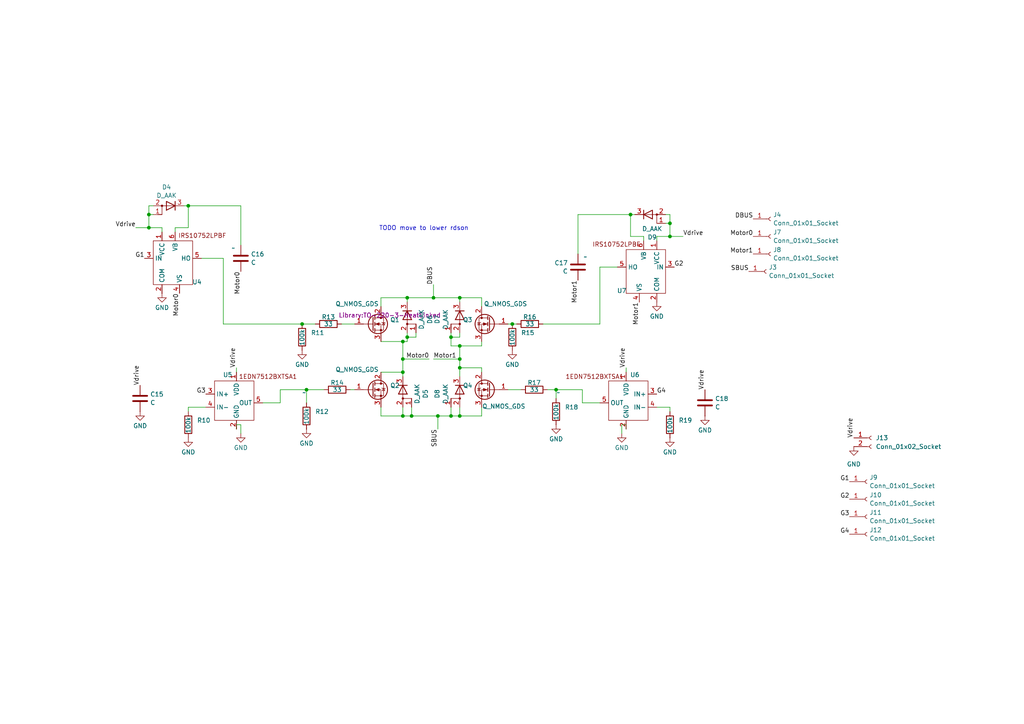
<source format=kicad_sch>
(kicad_sch (version 20231120) (generator "eeschema") (generator_version "8.0")
  (paper "A4")
  (lib_symbols
    (symbol "Connector:Conn_01x01_Socket" (pin_names (offset 1.016) hide)
      (property "Reference" "J" (at 0 2.54 0))
      (property "Value" "Conn_01x01_Socket" (at 0 -2.54 0))
      (symbol "Conn_01x01_Socket_1_1"
        (polyline (pts (xy -1.27 0) (xy -0.508 0)) (stroke (width 0.1524)))
        (arc (start 0 0.508) (mid -0.5058 0) (end 0 -0.508) (stroke (width 0.1524)))
        (pin passive line (at -5.08 0 0) (length 3.81) (name "Pin_1") (number "1"))
      )
    )
    (symbol "Connector:Conn_01x02_Socket" (pin_names (offset 1.016) hide)
      (property "Reference" "J" (at 0 2.54 0))
      (property "Value" "Conn_01x02_Socket" (at 0 -5.08 0))
      (symbol "Conn_01x02_Socket_1_1"
        (arc (start 0 -2.032) (mid -0.5058 -2.54) (end 0 -3.048) (stroke (width 0.1524)))
        (polyline (pts (xy -1.27 -2.54) (xy -0.508 -2.54)) (stroke (width 0.1524)))
        (polyline (pts (xy -1.27 0) (xy -0.508 0)) (stroke (width 0.1524)))
        (arc (start 0 0.508) (mid -0.5058 0) (end 0 -0.508) (stroke (width 0.1524)))
        (pin passive line (at -5.08 0 0) (length 3.81) (name "Pin_1") (number "1"))
        (pin passive line (at -5.08 -2.54 0) (length 3.81) (name "Pin_2") (number "2"))
      )
    )
    (symbol "Device:C" (pin_numbers hide) (pin_names (offset 0.254))
      (property "Reference" "C" (at 0.635 2.54 0))
      (property "Value" "C" (at 0.635 -2.54 0))
      (symbol "C_0_1"
        (polyline (pts (xy -2.032 -0.762) (xy 2.032 -0.762)) (stroke (width 0.508)))
        (polyline (pts (xy -2.032 0.762) (xy 2.032 0.762)) (stroke (width 0.508)))
      )
      (symbol "C_1_1"
        (pin passive line (at 0 3.81 270) (length 2.794) (name "~") (number "1"))
        (pin passive line (at 0 -3.81 90) (length 2.794) (name "~") (number "2"))
      )
    )
    (symbol "Device:D_AAK" (pin_names (offset 0) hide)
      (property "Reference" "D" (at 0 2.54 0))
      (property "Value" "D_AAK" (at 0 -2.54 0))
      (symbol "D_AAK_0_1"
        (polyline (pts (xy -1.27 1.27) (xy -1.27 -1.27)) (stroke (width 0.254)))
        (polyline (pts (xy 1.27 1.27) (xy 1.27 -1.27) (xy -1.27 0) (xy 1.27 1.27)) (stroke (width 0.254)))
        (polyline (pts (xy 3.81 2.54) (xy 2.54 2.54) (xy 2.54 0) (xy -1.27 0)))
        (circle (center 2.54 0) (radius 0.254) (fill (type outline)))
      )
      (symbol "D_AAK_1_1"
        (pin passive line (at 5.08 2.54 180) (length 2.54) (name "A") (number "1"))
        (pin passive line (at 5.08 0 180) (length 2.54) (name "A") (number "2"))
        (pin passive line (at -3.81 0 0) (length 2.54) (name "K") (number "3"))
      )
    )
    (symbol "Device:Q_NMOS_GDS" (pin_names (offset 0) hide)
      (property "Reference" "Q" (at 5.08 1.27 0))
      (property "Value" "Q_NMOS_GDS" (at 5.08 -1.27 0))
      (symbol "Q_NMOS_GDS_0_1"
        (polyline (pts (xy 0.254 0) (xy -2.54 0)))
        (polyline (pts (xy 0.254 1.905) (xy 0.254 -1.905)) (stroke (width 0.254)))
        (polyline (pts (xy 0.762 -1.27) (xy 0.762 -2.286)) (stroke (width 0.254)))
        (polyline (pts (xy 0.762 0.508) (xy 0.762 -0.508)) (stroke (width 0.254)))
        (polyline (pts (xy 0.762 2.286) (xy 0.762 1.27)) (stroke (width 0.254)))
        (polyline (pts (xy 2.54 2.54) (xy 2.54 1.778)))
        (polyline (pts (xy 2.54 -2.54) (xy 2.54 0) (xy 0.762 0)))
        (polyline (pts (xy 0.762 -1.778) (xy 3.302 -1.778) (xy 3.302 1.778) (xy 0.762 1.778)))
        (polyline (pts (xy 1.016 0) (xy 2.032 0.381) (xy 2.032 -0.381) (xy 1.016 0)) (fill (type outline)))
        (polyline (pts (xy 2.794 0.508) (xy 2.921 0.381) (xy 3.683 0.381) (xy 3.81 0.254)))
        (polyline (pts (xy 3.302 0.381) (xy 2.921 -0.254) (xy 3.683 -0.254) (xy 3.302 0.381)))
        (circle (center 1.651 0) (radius 2.794) (stroke (width 0.254)))
        (circle (center 2.54 -1.778) (radius 0.254) (fill (type outline)))
        (circle (center 2.54 1.778) (radius 0.254) (fill (type outline)))
      )
      (symbol "Q_NMOS_GDS_1_1"
        (pin input line (at -5.08 0 0) (length 2.54) (name "G") (number "1"))
        (pin passive line (at 2.54 5.08 270) (length 2.54) (name "D") (number "2"))
        (pin passive line (at 2.54 -5.08 90) (length 2.54) (name "S") (number "3"))
      )
    )
    (symbol "Device:R" (pin_numbers hide) (pin_names (offset 0))
      (property "Reference" "R" (at 2.032 0 90))
      (property "Value" "R" (at 0 0 90))
      (symbol "R_0_1"
        (rectangle (start -1.016 -2.54) (end 1.016 2.54) (stroke (width 0.254)))
      )
      (symbol "R_1_1"
        (pin passive line (at 0 3.81 270) (length 1.27) (name "~") (number "1"))
        (pin passive line (at 0 -3.81 90) (length 1.27) (name "~") (number "2"))
      )
    )
    (symbol "New_Library:1EDN7512BXTSA1"
      (property "Reference" "U" (at -5.08 5.842 0))
      (symbol "1EDN7512BXTSA1_0_0"
        (pin power_in line (at 0 7.62 270) (length 2.54) (name "VDD") (number "1"))
        (pin power_in line (at 0 -8.89 90) (length 2.54) (name "GND") (number "2"))
        (pin input line (at -8.89 1.27 0) (length 2.54) (name "IN+") (number "3"))
        (pin input line (at -8.89 -2.54 0) (length 2.54) (name "IN-") (number "4"))
        (pin output line (at 7.62 -1.27 180) (length 2.54) (name "OUT") (number "5"))
      )
      (symbol "1EDN7512BXTSA1_0_1"
        (rectangle (start -6.35 5.08) (end 5.08 -6.35))
      )
      (symbol "1EDN7512BXTSA1_1_1"
        (text "1EDN7512BXTSA1" (at 9.144 6.35 0) (effects (font (size 1.27 1.27))))
      )
    )
    (symbol "New_Library:IRS10752LPBF"
      (property "Reference" "U" (at -6.604 6.35 0))
      (symbol "IRS10752LPBF_0_0"
        (pin power_in line (at -3.81 7.62 270) (length 2.54) (name "VCC") (number "1"))
        (pin power_in line (at -3.81 -10.16 90) (length 2.54) (name "COM") (number "2"))
        (pin input line (at -8.89 0 0) (length 2.54) (name "IN") (number "3"))
        (pin power_in line (at 1.27 -10.16 90) (length 2.54) (name "VS") (number "4"))
        (pin output line (at 7.62 0 180) (length 2.54) (name "HO") (number "5"))
        (pin power_in line (at 0 7.62 270) (length 2.54) (name "VB") (number "6"))
      )
      (symbol "IRS10752LPBF_0_1"
        (rectangle (start -6.35 5.08) (end 5.08 -7.62))
      )
      (symbol "IRS10752LPBF_1_1"
        (text "IRS10752LPBF" (at 7.874 6.604 0) (effects (font (size 1.27 1.27))))
      )
    )
    (symbol "power:GND" (power) (pin_numbers hide) (pin_names (offset 0) hide)
      (property "Value" "GND" (at 0 -3.81 0))
      (symbol "GND_0_1"
        (polyline (pts (xy 0 0) (xy 0 -1.27) (xy 1.27 -1.27) (xy 0 -2.54) (xy -1.27 -1.27) (xy 0 -1.27)))
      )
      (symbol "GND_1_1"
        (pin power_in line (at 0 0 270) (length 0) (name "~") (number "1"))
      )
    )
  )
  (junction (at 127 120.65))
  (junction (at 133.35 104.14))
  (junction (at 43.18 66.04))
  (junction (at 119.38 120.65))
  (junction (at 194.31 64.77))
  (junction (at 133.35 120.65))
  (junction (at 116.84 99.06))
  (junction (at 182.88 62.23))
  (junction (at 87.63 93.98))
  (junction (at 161.29 113.03))
  (junction (at 130.81 97.79))
  (junction (at 148.59 93.98))
  (junction (at 130.81 120.65))
  (junction (at 133.35 106.68))
  (junction (at 194.31 68.58))
  (junction (at 88.9 113.03))
  (junction (at 54.61 59.69))
  (junction (at 116.84 120.65))
  (junction (at 118.11 86.36))
  (junction (at 43.18 62.23))
  (junction (at 116.84 104.14))
  (junction (at 133.35 86.36))
  (junction (at 116.84 107.95))
  (junction (at 133.35 100.33))
  (junction (at 125.73 86.36))
  (junction (at 118.11 97.79))
  (wire (pts (xy 147.32 113.03) (xy 151.13 113.03)))
  (wire (pts (xy 43.18 66.04) (xy 46.99 66.04)))
  (wire (pts (xy 186.69 69.85) (xy 186.69 68.58)))
  (wire (pts (xy 110.49 88.9) (xy 110.49 86.36)))
  (wire (pts (xy 193.04 62.23) (xy 194.31 62.23)))
  (wire (pts (xy 102.87 113.03) (xy 101.6 113.03)))
  (wire (pts (xy 116.84 107.95) (xy 116.84 109.22)))
  (wire (pts (xy 133.35 86.36) (xy 133.35 87.63)))
  (wire (pts (xy 167.64 62.23) (xy 182.88 62.23)))
  (wire (pts (xy 168.91 116.84) (xy 168.91 113.03)))
  (wire (pts (xy 54.61 66.04) (xy 54.61 59.69)))
  (wire (pts (xy 182.88 62.23) (xy 184.15 62.23)))
  (wire (pts (xy 198.12 68.58) (xy 194.31 68.58)))
  (wire (pts (xy 110.49 86.36) (xy 118.11 86.36)))
  (wire (pts (xy 119.38 118.11) (xy 119.38 120.65)))
  (wire (pts (xy 110.49 107.95) (xy 116.84 107.95)))
  (wire (pts (xy 69.85 123.19) (xy 68.58 123.19)))
  (wire (pts (xy 127 120.65) (xy 130.81 120.65)))
  (wire (pts (xy 139.7 106.68) (xy 133.35 106.68)))
  (wire (pts (xy 179.07 77.47) (xy 173.99 77.47)))
  (wire (pts (xy 81.28 113.03) (xy 88.9 113.03)))
  (wire (pts (xy 116.84 118.11) (xy 116.84 120.65)))
  (wire (pts (xy 120.65 97.79) (xy 120.65 96.52)))
  (wire (pts (xy 43.18 59.69) (xy 44.45 59.69)))
  (wire (pts (xy 130.81 118.11) (xy 130.81 120.65)))
  (wire (pts (xy 181.61 123.19) (xy 181.61 124.46)))
  (wire (pts (xy 81.28 116.84) (xy 81.28 113.03)))
  (wire (pts (xy 39.37 66.04) (xy 43.18 66.04)))
  (wire (pts (xy 190.5 118.11) (xy 194.31 118.11)))
  (wire (pts (xy 194.31 118.11) (xy 194.31 119.38)))
  (wire (pts (xy 139.7 99.06) (xy 139.7 100.33)))
  (wire (pts (xy 54.61 119.38) (xy 54.61 118.11)))
  (wire (pts (xy 139.7 120.65) (xy 139.7 118.11)))
  (wire (pts (xy 76.2 116.84) (xy 81.28 116.84)))
  (wire (pts (xy 53.34 59.69) (xy 54.61 59.69)))
  (wire (pts (xy 157.48 93.98) (xy 173.99 93.98)))
  (wire (pts (xy 118.11 97.79) (xy 120.65 97.79)))
  (wire (pts (xy 110.49 118.11) (xy 110.49 120.65)))
  (wire (pts (xy 116.84 99.06) (xy 118.11 99.06)))
  (wire (pts (xy 139.7 86.36) (xy 139.7 88.9)))
  (wire (pts (xy 88.9 116.84) (xy 88.9 113.03)))
  (wire (pts (xy 173.99 116.84) (xy 168.91 116.84)))
  (wire (pts (xy 194.31 62.23) (xy 194.31 64.77)))
  (wire (pts (xy 130.81 120.65) (xy 133.35 120.65)))
  (wire (pts (xy 68.58 107.95) (xy 68.58 106.68)))
  (wire (pts (xy 87.63 93.98) (xy 91.44 93.98)))
  (wire (pts (xy 127 124.46) (xy 127 120.65)))
  (wire (pts (xy 190.5 68.58) (xy 190.5 69.85)))
  (wire (pts (xy 173.99 77.47) (xy 173.99 93.98)))
  (wire (pts (xy 69.85 123.19) (xy 69.85 125.73)))
  (wire (pts (xy 148.59 93.98) (xy 149.86 93.98)))
  (wire (pts (xy 194.31 68.58) (xy 190.5 68.58)))
  (wire (pts (xy 125.73 104.14) (xy 133.35 104.14)))
  (wire (pts (xy 161.29 113.03) (xy 168.91 113.03)))
  (wire (pts (xy 54.61 118.11) (xy 59.69 118.11)))
  (wire (pts (xy 194.31 64.77) (xy 194.31 68.58)))
  (wire (pts (xy 133.35 97.79) (xy 133.35 96.52)))
  (wire (pts (xy 125.73 86.36) (xy 133.35 86.36)))
  (wire (pts (xy 50.8 66.04) (xy 54.61 66.04)))
  (wire (pts (xy 68.58 123.19) (xy 68.58 124.46)))
  (wire (pts (xy 125.73 82.55) (xy 125.73 86.36)))
  (wire (pts (xy 139.7 106.68) (xy 139.7 107.95)))
  (wire (pts (xy 130.81 97.79) (xy 130.81 96.52)))
  (wire (pts (xy 167.64 73.66) (xy 167.64 62.23)))
  (wire (pts (xy 118.11 86.36) (xy 118.11 87.63)))
  (wire (pts (xy 99.06 93.98) (xy 102.87 93.98)))
  (wire (pts (xy 116.84 99.06) (xy 116.84 104.14)))
  (wire (pts (xy 64.77 93.98) (xy 87.63 93.98)))
  (wire (pts (xy 180.34 123.19) (xy 180.34 125.73)))
  (wire (pts (xy 133.35 120.65) (xy 139.7 120.65)))
  (wire (pts (xy 133.35 104.14) (xy 133.35 106.68)))
  (wire (pts (xy 119.38 120.65) (xy 127 120.65)))
  (wire (pts (xy 133.35 86.36) (xy 139.7 86.36)))
  (wire (pts (xy 133.35 100.33) (xy 133.35 104.14)))
  (wire (pts (xy 43.18 62.23) (xy 43.18 66.04)))
  (wire (pts (xy 133.35 118.11) (xy 133.35 120.65)))
  (wire (pts (xy 193.04 64.77) (xy 194.31 64.77)))
  (wire (pts (xy 58.42 74.93) (xy 64.77 74.93)))
  (wire (pts (xy 118.11 99.06) (xy 118.11 97.79)))
  (wire (pts (xy 50.8 67.31) (xy 50.8 66.04)))
  (wire (pts (xy 161.29 115.57) (xy 161.29 113.03)))
  (wire (pts (xy 181.61 107.95) (xy 181.61 106.68)))
  (wire (pts (xy 118.11 86.36) (xy 125.73 86.36)))
  (wire (pts (xy 88.9 113.03) (xy 93.98 113.03)))
  (wire (pts (xy 133.35 106.68) (xy 133.35 109.22)))
  (wire (pts (xy 158.75 113.03) (xy 161.29 113.03)))
  (wire (pts (xy 130.81 100.33) (xy 130.81 97.79)))
  (wire (pts (xy 116.84 107.95) (xy 116.84 104.14)))
  (wire (pts (xy 116.84 120.65) (xy 119.38 120.65)))
  (wire (pts (xy 186.69 68.58) (xy 182.88 68.58)))
  (wire (pts (xy 133.35 100.33) (xy 130.81 100.33)))
  (wire (pts (xy 130.81 97.79) (xy 133.35 97.79)))
  (wire (pts (xy 43.18 59.69) (xy 43.18 62.23)))
  (wire (pts (xy 147.32 93.98) (xy 148.59 93.98)))
  (wire (pts (xy 139.7 100.33) (xy 133.35 100.33)))
  (wire (pts (xy 69.85 71.12) (xy 69.85 59.69)))
  (wire (pts (xy 180.34 123.19) (xy 181.61 123.19)))
  (wire (pts (xy 116.84 99.06) (xy 110.49 99.06)))
  (wire (pts (xy 124.46 104.14) (xy 116.84 104.14)))
  (wire (pts (xy 110.49 120.65) (xy 116.84 120.65)))
  (wire (pts (xy 64.77 74.93) (xy 64.77 93.98)))
  (wire (pts (xy 182.88 68.58) (xy 182.88 62.23)))
  (wire (pts (xy 69.85 59.69) (xy 54.61 59.69)))
  (wire (pts (xy 43.18 62.23) (xy 44.45 62.23)))
  (wire (pts (xy 46.99 66.04) (xy 46.99 67.31)))
  (wire (pts (xy 118.11 97.79) (xy 118.11 96.52)))
  (text "TODO move to lower rdson" (at 122.936 66.294 0) (effects (font (size 1.27 1.27))))
  (label "G1" (at 41.91 74.93 180))
  (label "Motor1" (at 125.73 104.14 0))
  (label "Motor0" (at 124.46 104.14 180))
  (label "Motor0" (at 69.85 78.74 270))
  (label "DBUS" (at 125.73 82.55 90))
  (label "G1" (at 246.38 139.7 180))
  (label "G2" (at 195.58 77.47 0))
  (label "DBUS" (at 218.44 63.5 180))
  (label "Motor0" (at 218.44 68.58 180))
  (label "Vdrive" (at 198.12 68.58 0))
  (label "G4" (at 190.5 114.3 0))
  (label "Vdrive" (at 247.65 127 90))
  (label "Vdrive" (at 68.58 106.68 90))
  (label "SBUS" (at 127 124.46 270))
  (label "G3" (at 59.69 114.3 180))
  (label "Vdrive" (at 39.37 66.04 180))
  (label "Vdrive" (at 181.61 106.68 90))
  (label "Motor1" (at 185.42 87.63 270))
  (label "Vdrive" (at 40.64 111.76 90))
  (label "G3" (at 246.38 149.86 180))
  (label "Motor1" (at 218.44 73.66 180))
  (label "Vdrive" (at 204.47 113.03 90))
  (label "G4" (at 246.38 154.94 180))
  (label "G2" (at 246.38 144.78 180))
  (label "Motor0" (at 52.07 85.09 270))
  (label "SBUS" (at 217.17 78.74 180))
  (label "Motor1" (at 167.64 81.28 270))
  (symbol (lib_id "Device:Q_NMOS_GDS") (at 107.95 113.03 0) (unit 1)
    (property "Reference" "Q2" (at 113.1569 111.8178 0) (effects (justify left)))
    (property "Value" "Q_NMOS_GDS" (at 97.282 107.188 0) (effects (justify left)))
    (property "Footprint" "Library:TO-220-3-HeatSinked" (effects (hide yes)))
    (property "Description" "N-MOSFET transistor, gate/drain/source" (effects (hide yes)))
  )
  (symbol (lib_id "power:GND") (at 69.85 125.73 0) (unit 1)
    (property "Reference" "#PWR039" (effects (hide yes)))
    (property "Value" "GND" (at 69.85 129.8631 0))
    (property "Description" "Power symbol creates a global label with name \"GND\" , ground" (effects (hide yes)))
  )
  (symbol (lib_id "power:GND") (at 54.61 127 0) (unit 1)
    (property "Reference" "#PWR038" (effects (hide yes)))
    (property "Value" "GND" (at 54.61 131.1331 0))
    (property "Description" "Power symbol creates a global label with name \"GND\" , ground" (effects (hide yes)))
  )
  (symbol (lib_id "Device:C") (at 167.64 77.47 0) (mirror y) (unit 1)
    (property "Reference" "C17" (at 164.719 76.2578 0) (effects (justify left)))
    (property "Value" "C" (at 164.719 78.6821 0) (effects (justify left)))
    (property "Footprint" "Capacitor_SMD:C_0805_2012Metric" (effects (hide yes)))
    (property "Description" "Unpolarized capacitor" (effects (hide yes)))
  )
  (symbol (lib_id "Connector:Conn_01x01_Socket") (at 251.46 149.86 0) (unit 1)
    (property "Reference" "J11" (at 252.1712 148.6478 0) (effects (justify left)))
    (property "Value" "Conn_01x01_Socket" (at 252.1712 151.0721 0) (effects (justify left)))
    (property "Footprint" "Connector_PinHeader_2.54mm:PinHeader_1x01_P2.54mm_Vertical" (effects (hide yes)))
    (property "Description" "Generic connector, single row, 01x01, script generated" (effects (hide yes)))
  )
  (symbol (lib_id "Device:D_AAK") (at 118.11 91.44 270) (unit 1)
    (property "Reference" "D6" (at 124.6675 92.6465 0))
    (property "Value" "D_AAK" (at 122.2432 92.6465 0))
    (property "Footprint" "Library:TO-252-2_SBR20M150D1Q" (effects (hide yes)))
    (property "Description" "Diode, anode on pins 1 and 2" (effects (hide yes)))
  )
  (symbol (lib_id "Device:R") (at 194.31 123.19 0) (unit 1)
    (property "Reference" "R19" (at 196.85 121.9199 0) (effects (justify left)))
    (property "Value" "100k" (at 194.31 125.73 90) (effects (justify left)))
    (property "Footprint" "Resistor_SMD:R_0402_1005Metric" (effects (hide yes)))
    (property "Description" "Resistor" (effects (hide yes)))
  )
  (symbol (lib_id "power:GND") (at 204.47 120.65 0) (unit 1)
    (property "Reference" "#PWR047" (effects (hide yes)))
    (property "Value" "GND" (at 204.47 124.7831 0))
    (property "Description" "Power symbol creates a global label with name \"GND\" , ground" (effects (hide yes)))
  )
  (symbol (lib_id "Device:R") (at 161.29 119.38 0) (unit 1)
    (property "Reference" "R18" (at 163.83 118.1099 0) (effects (justify left)))
    (property "Value" "100k" (at 161.29 121.92 90) (effects (justify left)))
    (property "Footprint" "Resistor_SMD:R_0402_1005Metric" (effects (hide yes)))
    (property "Description" "Resistor" (effects (hide yes)))
  )
  (symbol (lib_id "Connector:Conn_01x01_Socket") (at 223.52 73.66 0) (unit 1)
    (property "Reference" "J8" (at 224.2312 72.4478 0) (effects (justify left)))
    (property "Value" "Conn_01x01_Socket" (at 224.2312 74.8721 0) (effects (justify left)))
    (property "Footprint" "TerminalBlock_Wuerth:Wuerth_REDCUBE-THR_WP-THRSH_74651194_THR" (effects (hide yes)))
    (property "Description" "Generic connector, single row, 01x01, script generated" (effects (hide yes)))
  )
  (symbol (lib_id "Device:R") (at 88.9 120.65 0) (unit 1)
    (property "Reference" "R12" (at 91.44 119.3799 0) (effects (justify left)))
    (property "Value" "100k" (at 88.9 123.19 90) (effects (justify left)))
    (property "Footprint" "Resistor_SMD:R_0402_1005Metric" (effects (hide yes)))
    (property "Description" "Resistor" (effects (hide yes)))
  )
  (symbol (lib_id "Device:D_AAK") (at 187.96 62.23 0) (mirror x) (unit 1)
    (property "Reference" "D9" (at 189.1665 68.7875 0))
    (property "Value" "D_AAK" (at 189.1665 66.3632 0))
    (property "Footprint" "Library:TO-252-2_SBR20M150D1Q" (effects (hide yes)))
    (property "Description" "Diode, anode on pins 1 and 2" (effects (hide yes)))
  )
  (symbol (lib_id "power:GND") (at 46.99 85.09 0) (unit 1)
    (property "Reference" "#PWR037" (effects (hide yes)))
    (property "Value" "GND" (at 46.99 89.2231 0))
    (property "Description" "Power symbol creates a global label with name \"GND\" , ground" (effects (hide yes)))
  )
  (symbol (lib_id "power:GND") (at 87.63 101.6 0) (unit 1)
    (property "Reference" "#PWR040" (effects (hide yes)))
    (property "Value" "GND" (at 87.63 105.7331 0))
    (property "Description" "Power symbol creates a global label with name \"GND\" , ground" (effects (hide yes)))
  )
  (symbol (lib_id "power:GND") (at 247.65 129.54 0) (unit 1)
    (property "Reference" "#PWR048" (effects (hide yes)))
    (property "Value" "GND" (at 247.65 134.62 0))
    (property "Description" "Power symbol creates a global label with name \"GND\" , ground" (effects (hide yes)))
  )
  (symbol (lib_id "Connector:Conn_01x01_Socket") (at 251.46 139.7 0) (unit 1)
    (property "Reference" "J9" (at 252.1712 138.4878 0) (effects (justify left)))
    (property "Value" "Conn_01x01_Socket" (at 252.1712 140.9121 0) (effects (justify left)))
    (property "Footprint" "Connector_PinHeader_2.54mm:PinHeader_1x01_P2.54mm_Vertical" (effects (hide yes)))
    (property "Description" "Generic connector, single row, 01x01, script generated" (effects (hide yes)))
  )
  (symbol (lib_id "Device:D_AAK") (at 49.53 59.69 180) (unit 1)
    (property "Reference" "D4" (at 48.3235 54.2755 0))
    (property "Value" "D_AAK" (at 48.3235 56.6998 0))
    (property "Footprint" "Library:TO-252-2_SBR20M150D1Q" (effects (hide yes)))
    (property "Description" "Diode, anode on pins 1 and 2" (effects (hide yes)))
  )
  (symbol (lib_id "Device:R") (at 54.61 123.19 0) (unit 1)
    (property "Reference" "R10" (at 57.15 121.9199 0) (effects (justify left)))
    (property "Value" "100k" (at 54.61 125.73 90) (effects (justify left)))
    (property "Footprint" "Resistor_SMD:R_0402_1005Metric" (effects (hide yes)))
    (property "Description" "Resistor" (effects (hide yes)))
  )
  (symbol (lib_id "Device:D_AAK") (at 116.84 113.03 270) (unit 1)
    (property "Reference" "D5" (at 123.3975 114.2365 0))
    (property "Value" "D_AAK" (at 120.9732 114.2365 0))
    (property "Footprint" "Library:TO-252-2_SBR20M150D1Q" (effects (hide yes)))
    (property "Description" "Diode, anode on pins 1 and 2" (effects (hide yes)))
  )
  (symbol (lib_id "Connector:Conn_01x01_Socket") (at 251.46 144.78 0) (unit 1)
    (property "Reference" "J10" (at 252.1712 143.5678 0) (effects (justify left)))
    (property "Value" "Conn_01x01_Socket" (at 252.1712 145.9921 0) (effects (justify left)))
    (property "Footprint" "Connector_PinHeader_2.54mm:PinHeader_1x01_P2.54mm_Vertical" (effects (hide yes)))
    (property "Description" "Generic connector, single row, 01x01, script generated" (effects (hide yes)))
  )
  (symbol (lib_id "Device:C") (at 40.64 115.57 0) (unit 1)
    (property "Reference" "C15" (at 43.561 114.3578 0) (effects (justify left)))
    (property "Value" "C" (at 43.561 116.7821 0) (effects (justify left)))
    (property "Footprint" "Capacitor_SMD:C_0805_2012Metric" (effects (hide yes)))
    (property "Description" "Unpolarized capacitor" (effects (hide yes)))
  )
  (symbol (lib_id "Device:R") (at 148.59 97.79 0) (unit 1)
    (property "Reference" "R15" (at 151.13 96.5199 0) (effects (justify left)))
    (property "Value" "100k" (at 148.59 100.33 90) (effects (justify left)))
    (property "Footprint" "Resistor_SMD:R_0402_1005Metric" (effects (hide yes)))
    (property "Description" "Resistor" (effects (hide yes)))
  )
  (symbol (lib_id "Device:Q_NMOS_GDS") (at 142.24 93.98 0) (mirror y) (unit 1)
    (property "Reference" "Q3" (at 137.0331 92.7678 0) (effects (justify left)))
    (property "Value" "Q_NMOS_GDS" (at 152.908 88.138 0) (effects (justify left)))
    (property "Footprint" "Library:TO-220-3-HeatSinked" (effects (hide yes)))
    (property "Description" "N-MOSFET transistor, gate/drain/source" (effects (hide yes)))
  )
  (symbol (lib_id "power:GND") (at 88.9 124.46 0) (unit 1)
    (property "Reference" "#PWR041" (effects (hide yes)))
    (property "Value" "GND" (at 88.9 128.5931 0))
    (property "Description" "Power symbol creates a global label with name \"GND\" , ground" (effects (hide yes)))
  )
  (symbol (lib_id "Device:R") (at 87.63 97.79 0) (unit 1)
    (property "Reference" "R11" (at 90.17 96.5199 0) (effects (justify left)))
    (property "Value" "100k" (at 87.63 100.33 90) (effects (justify left)))
    (property "Footprint" "Resistor_SMD:R_0402_1005Metric" (effects (hide yes)))
    (property "Description" "Resistor" (effects (hide yes)))
  )
  (symbol (lib_id "Connector:Conn_01x01_Socket") (at 251.46 154.94 0) (unit 1)
    (property "Reference" "J12" (at 252.1712 153.7278 0) (effects (justify left)))
    (property "Value" "Conn_01x01_Socket" (at 252.1712 156.1521 0) (effects (justify left)))
    (property "Footprint" "Connector_PinHeader_2.54mm:PinHeader_1x01_P2.54mm_Vertical" (effects (hide yes)))
    (property "Description" "Generic connector, single row, 01x01, script generated" (effects (hide yes)))
  )
  (symbol (lib_id "Device:R") (at 153.67 93.98 270) (mirror x) (unit 1)
    (property "Reference" "R16" (at 153.67 91.948 90))
    (property "Value" "33" (at 153.67 93.98 90))
    (property "Footprint" "Resistor_SMD:R_0402_1005Metric" (effects (hide yes)))
    (property "Description" "Resistor" (effects (hide yes)))
  )
  (symbol (lib_id "New_Library:IRS10752LPBF") (at 50.8 74.93 0) (unit 1)
    (property "Reference" "U4" (at 57.15 81.788 0))
    (property "Value" "~" (at 67.6956 71.9523 0))
    (property "Footprint" "Package_TO_SOT_SMD:SOT-23-6_Handsoldering" (effects (hide yes)))
  )
  (symbol (lib_id "Device:R") (at 97.79 113.03 270) (mirror x) (unit 1)
    (property "Reference" "R14" (at 97.79 110.998 90))
    (property "Value" "33" (at 97.79 113.03 90))
    (property "Footprint" "Resistor_SMD:R_0402_1005Metric" (effects (hide yes)))
    (property "Description" "Resistor" (effects (hide yes)))
  )
  (symbol (lib_id "New_Library:IRS10752LPBF") (at 186.69 77.47 0) (mirror y) (unit 1)
    (property "Reference" "U7" (at 180.34 84.328 0))
    (property "Value" "~" (at 169.7944 74.4923 0))
    (property "Footprint" "Package_TO_SOT_SMD:SOT-23-6_Handsoldering" (effects (hide yes)))
  )
  (symbol (lib_id "power:GND") (at 190.5 87.63 0) (mirror y) (unit 1)
    (property "Reference" "#PWR045" (effects (hide yes)))
    (property "Value" "GND" (at 190.5 91.7631 0))
    (property "Description" "Power symbol creates a global label with name \"GND\" , ground" (effects (hide yes)))
  )
  (symbol (lib_id "Connector:Conn_01x01_Socket") (at 223.52 63.5 0) (unit 1)
    (property "Reference" "J4" (at 224.2312 62.2878 0) (effects (justify left)))
    (property "Value" "Conn_01x01_Socket" (at 224.2312 64.7121 0) (effects (justify left)))
    (property "Footprint" "TerminalBlock_Wuerth:Wuerth_REDCUBE-THR_WP-THRSH_74651194_THR" (effects (hide yes)))
    (property "Description" "Generic connector, single row, 01x01, script generated" (effects (hide yes)))
  )
  (symbol (lib_id "power:GND") (at 40.64 119.38 0) (unit 1)
    (property "Reference" "#PWR036" (effects (hide yes)))
    (property "Value" "GND" (at 40.64 123.5131 0))
    (property "Description" "Power symbol creates a global label with name \"GND\" , ground" (effects (hide yes)))
  )
  (symbol (lib_id "Device:C") (at 69.85 74.93 0) (unit 1)
    (property "Reference" "C16" (at 72.771 73.7178 0) (effects (justify left)))
    (property "Value" "C" (at 72.771 76.1421 0) (effects (justify left)))
    (property "Footprint" "Capacitor_SMD:C_0805_2012Metric" (effects (hide yes)))
    (property "Description" "Unpolarized capacitor" (effects (hide yes)))
  )
  (symbol (lib_id "Device:D_AAK") (at 133.35 91.44 90) (mirror x) (unit 1)
    (property "Reference" "D7" (at 126.7925 92.6465 0))
    (property "Value" "D_AAK" (at 129.2168 92.6465 0))
    (property "Footprint" "Library:TO-252-2_SBR20M150D1Q" (effects (hide yes)))
    (property "Description" "Diode, anode on pins 1 and 2" (effects (hide yes)))
  )
  (symbol (lib_id "Device:D_AAK") (at 133.35 113.03 90) (mirror x) (unit 1)
    (property "Reference" "D8" (at 126.7925 114.2365 0))
    (property "Value" "D_AAK" (at 129.2168 114.2365 0))
    (property "Footprint" "Library:TO-252-2_SBR20M150D1Q" (effects (hide yes)))
    (property "Description" "Diode, anode on pins 1 and 2" (effects (hide yes)))
  )
  (symbol (lib_id "Connector:Conn_01x02_Socket") (at 252.73 127 0) (unit 1)
    (property "Reference" "J13" (at 254 126.9999 0) (effects (justify left)))
    (property "Value" "Conn_01x02_Socket" (at 254 129.5399 0) (effects (justify left)))
    (property "Footprint" "Connector_PinHeader_2.54mm:PinHeader_1x02_P2.54mm_Vertical" (effects (hide yes)))
    (property "Description" "Generic connector, single row, 01x02, script generated" (effects (hide yes)))
  )
  (symbol (lib_id "New_Library:1EDN7512BXTSA1") (at 181.61 115.57 0) (mirror y) (unit 1)
    (property "Reference" "U6" (at 184.15 108.712 0))
    (property "Value" "~" (at 161.9628 113.8623 0))
    (property "Footprint" "Package_TO_SOT_SMD:SC-74A-5_1.55x2.9mm_P0.95mm" (effects (hide yes)))
  )
  (symbol (lib_id "power:GND") (at 194.31 127 0) (unit 1)
    (property "Reference" "#PWR046" (effects (hide yes)))
    (property "Value" "GND" (at 194.31 131.1331 0))
    (property "Description" "Power symbol creates a global label with name \"GND\" , ground" (effects (hide yes)))
  )
  (symbol (lib_id "power:GND") (at 180.34 125.73 0) (mirror y) (unit 1)
    (property "Reference" "#PWR044" (effects (hide yes)))
    (property "Value" "GND" (at 180.34 129.8631 0))
    (property "Description" "Power symbol creates a global label with name \"GND\" , ground" (effects (hide yes)))
  )
  (symbol (lib_id "Connector:Conn_01x01_Socket") (at 223.52 68.58 0) (unit 1)
    (property "Reference" "J7" (at 224.2312 67.3678 0) (effects (justify left)))
    (property "Value" "Conn_01x01_Socket" (at 224.2312 69.7921 0) (effects (justify left)))
    (property "Footprint" "TerminalBlock_Wuerth:Wuerth_REDCUBE-THR_WP-THRSH_74651194_THR" (effects (hide yes)))
    (property "Description" "Generic connector, single row, 01x01, script generated" (effects (hide yes)))
  )
  (symbol (lib_id "Connector:Conn_01x01_Socket") (at 222.25 78.74 0) (unit 1)
    (property "Reference" "J3" (at 222.9612 77.5278 0) (effects (justify left)))
    (property "Value" "Conn_01x01_Socket" (at 222.9612 79.9521 0) (effects (justify left)))
    (property "Footprint" "TerminalBlock_Wuerth:Wuerth_REDCUBE-THR_WP-THRSH_74651194_THR" (effects (hide yes)))
    (property "Description" "Generic connector, single row, 01x01, script generated" (effects (hide yes)))
  )
  (symbol (lib_id "Device:R") (at 154.94 113.03 270) (mirror x) (unit 1)
    (property "Reference" "R17" (at 154.94 110.998 90))
    (property "Value" "33" (at 154.94 113.03 90))
    (property "Footprint" "Resistor_SMD:R_0402_1005Metric" (effects (hide yes)))
    (property "Description" "Resistor" (effects (hide yes)))
  )
  (symbol (lib_id "New_Library:1EDN7512BXTSA1") (at 68.58 115.57 0) (unit 1)
    (property "Reference" "U5" (at 66.04 108.712 0))
    (property "Value" "~" (at 88.2272 113.8623 0))
    (property "Footprint" "Package_TO_SOT_SMD:SC-74A-5_1.55x2.9mm_P0.95mm" (effects (hide yes)))
  )
  (symbol (lib_id "Device:R") (at 95.25 93.98 90) (unit 1)
    (property "Reference" "R13" (at 95.25 91.948 90))
    (property "Value" "33" (at 95.25 93.98 90))
    (property "Footprint" "Resistor_SMD:R_0402_1005Metric" (effects (hide yes)))
    (property "Description" "Resistor" (effects (hide yes)))
  )
  (symbol (lib_id "Device:Q_NMOS_GDS") (at 142.24 113.03 0) (mirror y) (unit 1)
    (property "Reference" "Q4" (at 137.0331 111.8178 0) (effects (justify left)))
    (property "Value" "Q_NMOS_GDS" (at 152.4 117.856 0) (effects (justify left)))
    (property "Footprint" "Library:TO-220-3-HeatSinked" (effects (hide yes)))
    (property "Description" "N-MOSFET transistor, gate/drain/source" (effects (hide yes)))
  )
  (symbol (lib_id "Device:Q_NMOS_GDS") (at 107.95 93.98 0) (unit 1)
    (property "Reference" "Q1" (at 113.1569 92.7678 0) (effects (justify left)))
    (property "Value" "Q_NMOS_GDS" (at 97.282 88.138 0) (effects (justify left)))
    (property "Footprint" "Library:TO-220-3-HeatSinked" (at 113.03 91.44 0))
    (property "Description" "N-MOSFET transistor, gate/drain/source" (effects (hide yes)))
  )
  (symbol (lib_id "power:GND") (at 148.59 101.6 0) (unit 1)
    (property "Reference" "#PWR042" (effects (hide yes)))
    (property "Value" "GND" (at 148.59 105.7331 0))
    (property "Description" "Power symbol creates a global label with name \"GND\" , ground" (effects (hide yes)))
  )
  (symbol (lib_id "power:GND") (at 161.29 123.19 0) (unit 1)
    (property "Reference" "#PWR043" (effects (hide yes)))
    (property "Value" "GND" (at 161.29 127.3231 0))
    (property "Description" "Power symbol creates a global label with name \"GND\" , ground" (effects (hide yes)))
  )
  (symbol (lib_id "Device:C") (at 204.47 116.84 0) (unit 1)
    (property "Reference" "C18" (at 207.391 115.6278 0) (effects (justify left)))
    (property "Value" "C" (at 207.391 118.0521 0) (effects (justify left)))
    (property "Footprint" "Capacitor_SMD:C_0805_2012Metric" (effects (hide yes)))
    (property "Description" "Unpolarized capacitor" (effects (hide yes)))
  )
)
</source>
